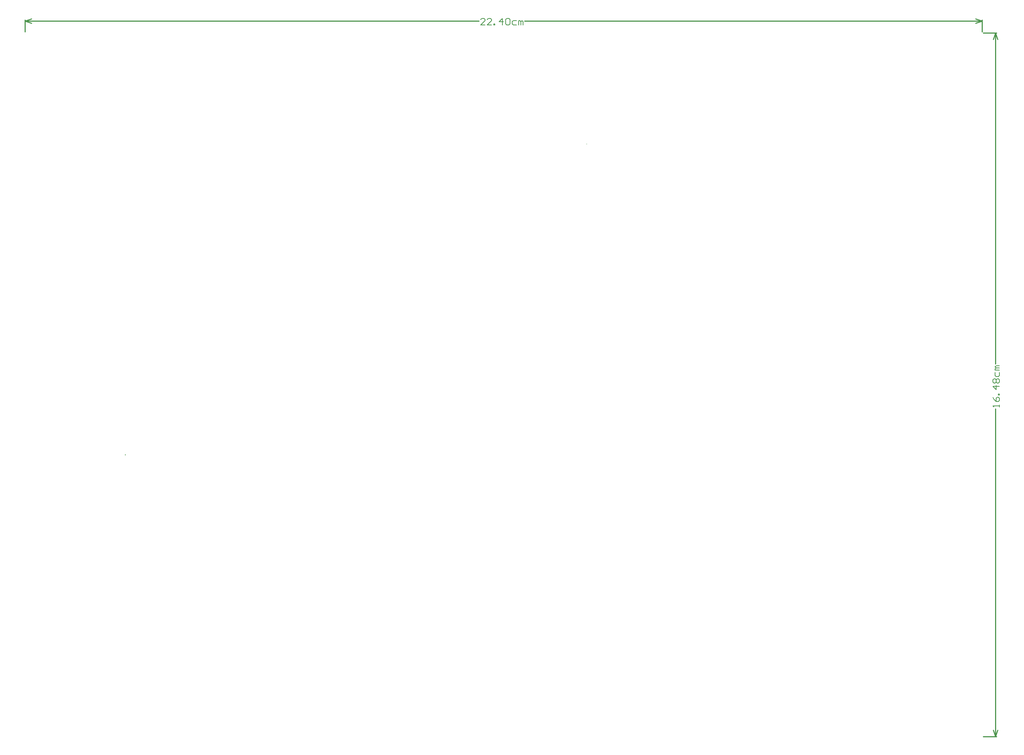
<source format=gm1>
G04*
G04 #@! TF.GenerationSoftware,Altium Limited,Altium Designer,19.0.15 (446)*
G04*
G04 Layer_Color=16711935*
%FSLAX44Y44*%
%MOMM*%
G71*
G01*
G75*
%ADD10C,0.2540*%
%ADD11C,0.2032*%
%ADD68C,0.1524*%
D10*
X4095750Y243840D02*
X4100830Y228600D01*
X4105910Y243840D01*
X4100830Y1877060D02*
X4105910Y1861820D01*
X4095750D02*
X4100830Y1877060D01*
Y228600D02*
Y996458D01*
Y1101075D02*
Y1877060D01*
X4071620Y228600D02*
X4103370D01*
X4071620Y1877060D02*
X4103370D01*
X1828800Y1905000D02*
X1844040Y1910080D01*
X1828800Y1905000D02*
X1844040Y1899920D01*
X4053841D02*
X4069081Y1905000D01*
X4053841Y1910080D02*
X4069081Y1905000D01*
X1828800D02*
X2891298D01*
X2998454D02*
X4069081D01*
X1828800Y1879600D02*
Y1907540D01*
X4069081Y1879600D02*
Y1907540D01*
D11*
X2063490Y888490D02*
X2063920Y888060D01*
X3143440Y1617128D02*
X3143440Y1617128D01*
D68*
X4109972Y1000522D02*
Y1005600D01*
Y1003061D01*
X4094737D01*
X4097276Y1000522D01*
X4094737Y1023374D02*
X4097276Y1018296D01*
X4102354Y1013218D01*
X4107432D01*
X4109972Y1015757D01*
Y1020835D01*
X4107432Y1023374D01*
X4104893D01*
X4102354Y1020835D01*
Y1013218D01*
X4109972Y1028453D02*
X4107432D01*
Y1030992D01*
X4109972D01*
Y1028453D01*
Y1048766D02*
X4094737D01*
X4102354Y1041149D01*
Y1051305D01*
X4097276Y1056384D02*
X4094737Y1058923D01*
Y1064001D01*
X4097276Y1066540D01*
X4099815D01*
X4102354Y1064001D01*
X4104893Y1066540D01*
X4107432D01*
X4109972Y1064001D01*
Y1058923D01*
X4107432Y1056384D01*
X4104893D01*
X4102354Y1058923D01*
X4099815Y1056384D01*
X4097276D01*
X4102354Y1058923D02*
Y1064001D01*
X4099815Y1081776D02*
Y1074158D01*
X4102354Y1071619D01*
X4107432D01*
X4109972Y1074158D01*
Y1081776D01*
Y1086854D02*
X4099815D01*
Y1089393D01*
X4102354Y1091932D01*
X4109972D01*
X4102354D01*
X4099815Y1094471D01*
X4102354Y1097011D01*
X4109972D01*
X2905519Y1895858D02*
X2895362D01*
X2905519Y1906015D01*
Y1908554D01*
X2902980Y1911093D01*
X2897902D01*
X2895362Y1908554D01*
X2920754Y1895858D02*
X2910598D01*
X2920754Y1906015D01*
Y1908554D01*
X2918215Y1911093D01*
X2913137D01*
X2910598Y1908554D01*
X2925833Y1895858D02*
Y1898398D01*
X2928372D01*
Y1895858D01*
X2925833D01*
X2946146D02*
Y1911093D01*
X2938528Y1903476D01*
X2948685D01*
X2953763Y1908554D02*
X2956302Y1911093D01*
X2961381D01*
X2963920Y1908554D01*
Y1898398D01*
X2961381Y1895858D01*
X2956302D01*
X2953763Y1898398D01*
Y1908554D01*
X2979155Y1906015D02*
X2971538D01*
X2968998Y1903476D01*
Y1898398D01*
X2971538Y1895858D01*
X2979155D01*
X2984234D02*
Y1906015D01*
X2986773D01*
X2989312Y1903476D01*
Y1895858D01*
Y1903476D01*
X2991851Y1906015D01*
X2994390Y1903476D01*
Y1895858D01*
M02*

</source>
